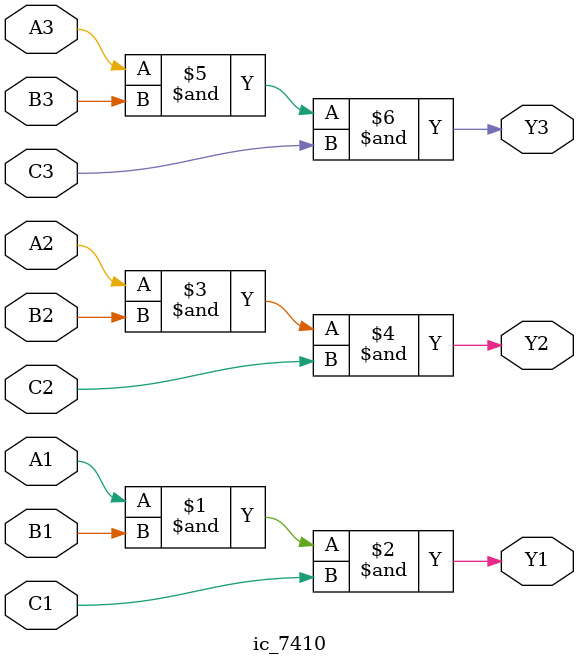
<source format=v>


module ic_7410(
    Y1, A1, B1, C1,
    Y2, A2, B2, C2,
    Y3, A3, B3, C3);
    output Y1, Y2, Y3;
    input A1, A2, A3;
    input B1, B2, B3;
    input C1, C2, C3;

    assign Y1 = (A1 & B1 & C1); 
    assign Y2 = (A2 & B2 & C2);
    assign Y3 = (A3 & B3 & C3); 

endmodule

</source>
